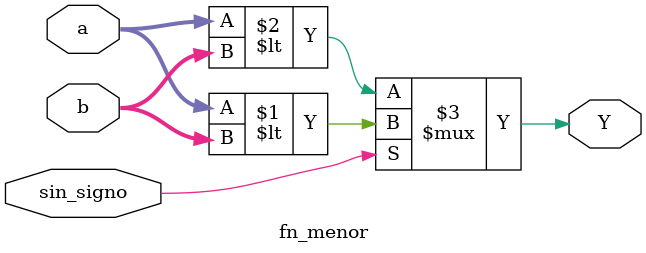
<source format=v>
  
module fn_menor (
    input  [31 : 0] a,
    input  [31 : 0] b,
    input           sin_signo,
    output          Y
);
 
  assign Y = sin_signo ? (a < b) : ($signed(a) < $signed(b));
  
endmodule

//otra forma de hacerlo, sin usar signed (propio de verilog), 
//es con el bit mas significativo de a y b osea a[31] y b[31] 
//con signo para 0 y 1 caso contrario. 1 si a<b y 0 si b<a

</source>
